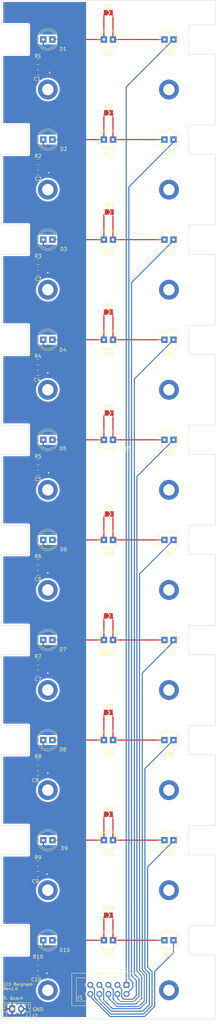
<source format=kicad_pcb>
(kicad_pcb (version 20211014) (generator pcbnew)
  (layers (0 "F.Cu" signal) (31 "B.Cu" signal) (34 "B.Paste" user) (35 "F.Paste" user) (36 "B.SilkS" user "B.Silkscreen") (37 "F.SilkS" user "F.Silkscreen") (38 "B.Mask" user) (39 "F.Mask" user) (44 "Edge.Cuts" user))
  (net 0 "")
  (net 1 "+9V")
  (net 2 "GND")
  (net 3 "Net-(D1-Pad1)")
  (net 4 "Net-(D1-Pad2)")
  (net 5 "Net-(D12-Pad2)")
  (net 6 "Net-(D2-Pad2)")
  (net 7 "Net-(D13-Pad2)")
  (net 8 "Net-(D3-Pad2)")
  (net 9 "Net-(D14-Pad2)")
  (net 10 "Net-(D4-Pad2)")
  (net 11 "Net-(D15-Pad2)")
  (net 12 "Net-(D5-Pad2)")
  (net 13 "Net-(D16-Pad2)")
  (net 14 "Net-(D6-Pad2)")
  (net 15 "Net-(D17-Pad2)")
  (net 16 "Net-(D7-Pad2)")
  (net 17 "Net-(D18-Pad2)")
  (net 18 "Net-(D8-Pad2)")
  (net 19 "Net-(D19-Pad2)")
  (net 20 "Net-(D9-Pad2)")
  (net 21 "Net-(D10-Pad1)")
  (net 22 "Net-(D10-Pad2)")
  (net 23 "Net-(D11-Pad1)")
  (net 24 "Net-(D12-Pad1)")
  (net 25 "Net-(D13-Pad1)")
  (net 26 "Net-(D14-Pad1)")
  (net 27 "Net-(D15-Pad1)")
  (net 28 "Net-(D16-Pad1)")
  (net 29 "Net-(D17-Pad1)")
  (net 30 "Net-(D18-Pad1)")
  (net 31 "Net-(D19-Pad1)")
  (net 32 "Net-(D20-Pad1)")
  (net 33 "Net-(D21-Pad1)")
  (net 34 "Net-(D22-Pad1)")
  (net 35 "Net-(D23-Pad1)")
  (net 36 "Net-(D24-Pad1)")
  (net 37 "Net-(D25-Pad1)")
  (net 38 "Net-(D26-Pad1)")
  (net 39 "Net-(D27-Pad1)")
  (net 40 "Net-(D28-Pad1)")
  (net 41 "Net-(D29-Pad1)")
  (net 42 "Net-(D30-Pad1)")
  (footprint "custom_fp:LED_5mm_DUAL" (layer "F.Cu") (at 50.025 291.75 180)
    (fp_text reference "D10")
    (fp_text value "LED")
  )
  (footprint "custom_fp:LED_5mm_DUAL" (layer "F.Cu") (at 50.025 207.75 180)
    (fp_text reference "D7")
    (fp_text value "LED")
  )
  (footprint "custom_fp:LED_5mm_DUAL" (layer "F.Cu") (at 84.025 263.75 180)
    (fp_text reference "D29")
    (fp_text value "LED")
  )
  (footprint "custom_fp:LED_5mm_DUAL" (layer "F.Cu") (at 67.025 123.75 180)
    (fp_text reference "D14")
    (fp_text value "LED")
  )
  (footprint "MountingHole:MountingHole_3.2mm_M3_DIN965_Pad" (layer "F.Cu") (at 82.75 53.75)
    (fp_text reference "REF**" hide)
    (fp_text value "MountingHole_3.2mm_M3_DIN965_Pad")
  )
  (footprint "" (layer "F.Cu") (at 48.75 249.75)
    (fp_text reference "")
    (fp_text value "")
  )
  (footprint "custom_fp:LED_5mm_DUAL" (layer "F.Cu") (at 67.025 151.75 180)
    (fp_text reference "D15")
    (fp_text value "LED")
  )
  (footprint "custom_fp:LED_5mm_DUAL" (layer "F.Cu") (at 84.025 207.75 180)
    (fp_text reference "D27")
    (fp_text value "LED")
  )
  (footprint "Capacitor_SMD:C_0805_2012Metric_Pad1.18x1.45mm_HandSolder" (layer "F.Cu") (at 46 217)
    (fp_text reference "C7")
    (fp_text value "1uF")
  )
  (footprint "custom_fp:LED_5mm_DUAL" (layer "F.Cu") (at 84.025 151.75 180)
    (fp_text reference "D25")
    (fp_text value "LED")
  )
  (footprint "" (layer "F.Cu") (at 48.75 137.75)
    (fp_text reference "")
    (fp_text value "")
  )
  (footprint "custom_fp:LED_5mm_DUAL" (layer "F.Cu") (at 84.025 95.75 180)
    (fp_text reference "D23")
    (fp_text value "LED")
  )
  (footprint "" (layer "F.Cu") (at 48.75 221.75)
    (fp_text reference "")
    (fp_text value "")
  )
  (footprint "Resistor_SMD:R_0805_2012Metric_Pad1.20x1.40mm_HandSolder" (layer "F.Cu") (at 46 242)
    (fp_text reference "R8")
    (fp_text value "R_LED")
  )
  (footprint "Jumper:SolderJumper-2_P1.3mm_Open_TrianglePad1.0x1.5mm" (layer "F.Cu") (at 66 172.5)
    (fp_text reference "JP6")
    (fp_text value "JMP_LED")
  )
  (footprint "Jumper:SolderJumper-2_P1.3mm_Open_TrianglePad1.0x1.5mm" (layer "F.Cu") (at 66.025 88)
    (fp_text reference "JP3")
    (fp_text value "JMP_LED")
  )
  (footprint "" (layer "F.Cu") (at 48.75 53.75)
    (fp_text reference "")
    (fp_text value "")
  )
  (footprint "Capacitor_SMD:C_0805_2012Metric_Pad1.18x1.45mm_HandSolder" (layer "F.Cu") (at 46 273.2575)
    (fp_text reference "C9")
    (fp_text value "1uF")
  )
  (footprint "Resistor_SMD:R_0805_2012Metric_Pad1.20x1.40mm_HandSolder" (layer "F.Cu") (at 46 186)
    (fp_text reference "R6")
    (fp_text value "R_LED")
  )
  (footprint "Resistor_SMD:R_0805_2012Metric_Pad1.20x1.40mm_HandSolder" (layer "F.Cu") (at 46 298)
    (fp_text reference "R10")
    (fp_text value "R_LED")
  )
  (footprint "" (layer "F.Cu") (at 48.75 277.75)
    (fp_text reference "")
    (fp_text value "")
  )
  (footprint "custom_fp:LED_5mm_DUAL" (layer "F.Cu") (at 84.025 179.75 180)
    (fp_text reference "D26")
    (fp_text value "LED")
  )
  (footprint "" (layer "F.Cu") (at 48.75 305.75)
    (fp_text reference "")
    (fp_text value "")
  )
  (footprint "custom_fp:LED_5mm_DUAL" (layer "F.Cu") (at 67.025 263.75 180)
    (fp_text reference "D19")
    (fp_text value "LED")
  )
  (footprint "MountingHole:MountingHole_3.2mm_M3_DIN965_Pad" (layer "F.Cu") (at 82.75 221.75)
    (fp_text reference "REF**" hide)
    (fp_text value "MountingHole_3.2mm_M3_DIN965_Pad")
  )
  (footprint "Connector_JST:JST_EH_B2B-EH-A_1x02_P2.50mm_Vertical" (layer "F.Cu") (at 38.75 310.95)
    (fp_text reference "J2")
    (fp_text value "Conn_01x02")
  )
  (footprint "MountingHole:MountingHole_3.2mm_M3_DIN965_Pad" (layer "F.Cu") (at 82.75 81.75)
    (fp_text reference "REF**" hide)
    (fp_text value "MountingHole_3.2mm_M3_DIN965_Pad")
  )
  (footprint "Resistor_SMD:R_0805_2012Metric_Pad1.20x1.40mm_HandSolder" (layer "F.Cu") (at 46 46)
    (fp_text reference "R1")
    (fp_text value "R_LED")
  )
  (footprint "MountingHole:MountingHole_3.2mm_M3_DIN965_Pad" (layer "F.Cu") (at 82.75 109.75)
    (fp_text reference "REF**" hide)
    (fp_text value "MountingHole_3.2mm_M3_DIN965_Pad")
  )
  (footprint "custom_fp:LED_5mm_DUAL" (layer "F.Cu") (at 50.025 263.75 180)
    (fp_text reference "D9")
    (fp_text value "LED")
  )
  (footprint "custom_fp:LED_5mm_DUAL" (layer "F.Cu") (at 50.025 123.75 180)
    (fp_text reference "D4")
    (fp_text value "LED")
  )
  (footprint "custom_fp:LED_5mm_DUAL" (layer "F.Cu") (at 50.025 151.75 180)
    (fp_text reference "D5")
    (fp_text value "LED")
  )
  (footprint "MountingHole:MountingHole_3.2mm_M3_DIN965_Pad" (layer "F.Cu") (at 82.75 277.75)
    (fp_text reference "REF**" hide)
    (fp_text value "MountingHole_3.2mm_M3_DIN965_Pad")
  )
  (footprint "Jumper:SolderJumper-2_P1.3mm_Open_TrianglePad1.0x1.5mm" (layer "F.Cu") (at 65.975 144.25)
    (fp_text reference "JP5")
    (fp_text value "JMP_LED")
  )
  (footprint "MountingHole:MountingHole_3.2mm_M3_DIN965_Pad" (layer "F.Cu") (at 82.75 305.75)
    (fp_text reference "REF**" hide)
    (fp_text value "MountingHole_3.2mm_M3_DIN965_Pad")
  )
  (footprint "MountingHole:MountingHole_3.2mm_M3_DIN965_Pad" (layer "F.Cu") (at 82.75 249.75)
    (fp_text reference "REF**" hide)
    (fp_text value "MountingHole_3.2mm_M3_DIN965_Pad")
  )
  (footprint "MountingHole:MountingHole_3.2mm_M3_DIN965_Pad" (layer "F.Cu") (at 82.75 137.75)
    (fp_text reference "REF**" hide)
    (fp_text value "MountingHole_3.2mm_M3_DIN965_Pad")
  )
  (footprint "MountingHole:MountingHole_3.2mm_M3_DIN965_Pad" (layer "F.Cu") (at 82.75 165.75)
    (fp_text reference "REF**" hide)
    (fp_text value "MountingHole_3.2mm_M3_DIN965_Pad")
  )
  (footprint "custom_fp:LED_5mm_DUAL" (layer "F.Cu") (at 84.025 39.75 180)
    (fp_text reference "D21")
    (fp_text value "LED")
  )
  (footprint "Resistor_SMD:R_0805_2012Metric_Pad1.20x1.40mm_HandSolder" (layer "F.Cu") (at 46 214)
    (fp_text reference "R7")
    (fp_text value "R_LED")
  )
  (footprint "" (layer "F.Cu") (at 48.75 193.75)
    (fp_text reference "")
    (fp_text value "")
  )
  (footprint "Capacitor_SMD:C_0805_2012Metric_Pad1.18x1.45mm_HandSolder" (layer "F.Cu") (at 45.9625 133)
    (fp_text reference "C4")
    (fp_text value "1uF")
  )
  (footprint "custom_fp:LED_5mm_DUAL" (layer "F.Cu") (at 50.025 67.75 180)
    (fp_text reference "D2")
    (fp_text value "LED")
  )
  (footprint "custom_fp:LED_5mm_DUAL" (layer "F.Cu") (at 50.025 95.75 180)
    (fp_text reference "D3")
    (fp_text value "LED")
  )
  (footprint "Resistor_SMD:R_0805_2012Metric_Pad1.20x1.40mm_HandSolder" (layer "F.Cu") (at 46 130)
    (fp_text reference "R4")
    (fp_text value "R_LED")
  )
  (footprint "Jumper:SolderJumper-2_P1.3mm_Open_TrianglePad1.0x1.5mm" (layer "F.Cu") (at 65.775 60.25)
    (fp_text reference "JP2")
    (fp_text value "JMP_LED")
  )
  (footprint "custom_fp:LED_5mm_DUAL" (layer "F.Cu") (at 67.025 207.75 180)
    (fp_text reference "D17")
    (fp_text value "LED")
  )
  (footprint "Jumper:SolderJumper-2_P1.3mm_Open_TrianglePad1.0x1.5mm" (layer "F.Cu") (at 65.75 116)
    (fp_text reference "JP4")
    (fp_text value "JMP_LED")
  )
  (footprint "custom_fp:LED_5mm_DUAL" (layer "F.Cu") (at 67.025 95.75 180)
    (fp_text reference "D13")
    (fp_text value "LED")
  )
  (footprint "custom_fp:LED_5mm_DUAL" (layer "F.Cu") (at 50.025 39.75 180)
    (fp_text reference "D1")
    (fp_text value "LED")
  )
  (footprint "custom_fp:LED_5mm_DUAL" (layer "F.Cu") (at 67.025 235.75 180)
    (fp_text reference "D18")
    (fp_text value "LED")
  )
  (footprint "custom_fp:LED_5mm_DUAL" (layer "F.Cu") (at 50.025 235.75 180)
    (fp_text reference "D8")
    (fp_text value "LED")
  )
  (footprint "custom_fp:LED_5mm_DUAL" (layer "F.Cu") (at 84.025 123.75 180)
    (fp_text reference "D24")
    (fp_text value "LED")
  )
  (footprint "Resistor_SMD:R_0805_2012Metric_Pad1.20x1.40mm_HandSolder" (layer "F.Cu") (at 46 74)
    (fp_text reference "R2")
    (fp_text value "R_LED")
  )
  (footprint "Resistor_SMD:R_0805_2012Metric_Pad1.20x1.40mm_HandSolder" (layer "F.Cu") (at 46 102)
    (fp_text reference "R3")
    (fp_text value "R_LED")
  )
  (footprint "Resistor_SMD:R_0805_2012Metric_Pad1.20x1.40mm_HandSolder" (layer "F.Cu") (at 46 270.2575)
    (fp_text reference "R9")
    (fp_text value "R_LED")
  )
  (footprint "custom_fp:LED_5mm_DUAL" (layer "F.Cu") (at 84.025 291.75 180)
    (fp_text reference "D30")
    (fp_text value "LED")
  )
  (footprint "custom_fp:LED_5mm_DUAL" (layer "F.Cu") (at 67.025 291.75 180)
    (fp_text reference "D20")
    (fp_text value "LED")
  )
  (footprint "custom_fp:LED_5mm_DUAL" (layer "F.Cu") (at 67.025 179.75 180)
    (fp_text reference "D16")
    (fp_text value "LED")
  )
  (footprint "Connector_IDC:IDC-Header_2x05_P2.54mm_Vertical" (layer "F.Cu") (at 70.83 304.25 -90)
    (fp_text reference "J1")
    (fp_text value "LED_CONN")
  )
  (footprint "custom_fp:LED_5mm_DUAL" (layer "F.Cu") (at 67.025 39.75 180)
    (fp_text reference "D11")
    (fp_text value "LED")
  )
  (footprint "Jumper:SolderJumper-2_P1.3mm_Open_TrianglePad1.0x1.5mm" (layer "F.Cu") (at 65.75 284.75)
    (fp_text reference "JP10")
    (fp_text value "JMP_LED")
  )
  (footprint "Jumper:SolderJumper-2_P1.3mm_Open_TrianglePad1.0x1.5mm" (layer "F.Cu") (at 65.725 228)
    (fp_text reference "JP8")
    (fp_text value "JMP_LED")
  )
  (footprint "custom_fp:LED_5mm_DUAL" (layer "F.Cu") (at 84.025 235.75 180)
    (fp_text reference "D28")
    (fp_text value "LED")
  )
  (footprint "Jumper:SolderJumper-2_P1.3mm_Open_TrianglePad1.0x1.5mm" (layer "F.Cu") (at 65.75 201)
    (fp_text reference "JP7")
    (fp_text value "JMP_LED")
  )
  (footprint "MountingHole:MountingHole_3.2mm_M3_DIN965_Pad" (layer "F.Cu") (at 82.75 193.75)
    (fp_text reference "REF**" hide)
    (fp_text value "MountingHole_3.2mm_M3_DIN965_Pad")
  )
  (footprint "custom_fp:LED_5mm_DUAL" (layer "F.Cu") (at 67.025 67.75 180)
    (fp_text reference "D12")
    (fp_text value "LED")
  )
  (footprint "Capacitor_SMD:C_0805_2012Metric_Pad1.18x1.45mm_HandSolder" (layer "F.Cu") (at 46.0375 161)
    (fp_text reference "C5")
    (fp_text value "1uF")
  )
  (footprint "Jumper:SolderJumper-2_P1.3mm_Open_TrianglePad1.0x1.5mm" (layer "F.Cu") (at 65.725 32.25)
    (fp_text reference "JP1")
    (fp_text value "JMP_LED")
  )
  (footprint "custom_fp:LED_5mm_DUAL" (layer "F.Cu") (at 84.025 67.75 180)
    (fp_text reference "D22")
    (fp_text value "LED")
  )
  (footprint "Capacitor_SMD:C_0805_2012Metric_Pad1.18x1.45mm_HandSolder" (layer "F.Cu") (at 46.0375 77)
    (fp_text reference "C2")
    (fp_text value "1uF")
  )
  (footprint "custom_fp:LED_5mm_DUAL" (layer "F.Cu") (at 50.025 179.75 180)
    (fp_text reference "D6")
    (fp_text value "LED")
  )
  (footprint "" (layer "F.Cu") (at 48.75 109.75)
    (fp_text reference "")
    (fp_text value "")
  )
  (footprint "Capacitor_SMD:C_0805_2012Metric_Pad1.18x1.45mm_HandSolder" (layer "F.Cu") (at 46 189)
    (fp_text reference "C6")
    (fp_text value "1uF")
  )
  (footprint "Resistor_SMD:R_0805_2012Metric_Pad1.20x1.40mm_HandSolder" (layer "F.Cu") (at 46 158)
    (fp_text reference "R5")
    (fp_text value "R_LED")
  )
  (footprint "" (layer "F.Cu") (at 48.75 81.75)
    (fp_text reference "")
    (fp_text value "")
  )
  (footprint "Jumper:SolderJumper-2_P1.3mm_Open_TrianglePad1.0x1.5mm" (layer "F.Cu") (at 65.75 256.5)
    (fp_text reference "JP9")
    (fp_text value "JMP_LED")
  )
  (footprint "Capacitor_SMD:C_0805_2012Metric_Pad1.18x1.45mm_HandSolder" (layer "F.Cu") (at 46 245)
    (fp_text reference "C8")
    (fp_text value "1uF")
  )
  (footprint "Capacitor_SMD:C_0805_2012Metric_Pad1.18x1.45mm_HandSolder" (layer "F.Cu") (at 46.0375 49)
    (fp_text reference "C1")
    (fp_text value "1uF")
  )
  (footprint "" (layer "F.Cu") (at 48.75 165.75)
    (fp_text reference "")
    (fp_text value "")
  )
  (footprint "Capacitor_SMD:C_0805_2012Metric_Pad1.18x1.45mm_HandSolder" (layer "F.Cu") (at 46.0375 105)
    (fp_text reference "C3")
    (fp_text value "1uF")
  )
  (footprint "Capacitor_SMD:C_0805_2012Metric_Pad1.18x1.45mm_HandSolder" (layer "F.Cu") (at 46 301)
    (fp_text reference "C10")
    (fp_text value "1uF")
  )
  (gr_line (start 95.75 313.75) (end 95.75 295.85) (layer "Edge.Cuts") (width 0.1))
  (gr_line (start 35.75 155.85) (end 35.75 175.65) (layer "Edge.Cuts") (width 0.1))
  (gr_line (start 88.25 35.65) (end 95.75 35.65) (layer "Edge.Cuts") (width 0.1))
  (gr_line (start 88.25 91.65) (end 95.75 91.65) (layer "Edge.Cuts") (width 0.1))
  (gr_line (start 88.25 231.65) (end 88.25 239.85) (layer "Edge.Cuts") (width 0.1))
  (gr_line (start 35.75 155.85) (end 43.25 155.85) (layer "Edge.Cuts") (width 0.1))
  (gr_line (start 88.25 127.85) (end 95.75 127.85) (layer "Edge.Cuts") (width 0.1))
  (gr_line (start 95.75 287.65) (end 95.75 267.85) (layer "Edge.Cuts") (width 0.1))
  (gr_line (start 35.75 91.65) (end 43.25 91.65) (layer "Edge.Cuts") (width 0.1))
  (gr_line (start 88.25 147.65) (end 88.25 155.85) (layer "Edge.Cuts") (width 0.1))
  (gr_line (start 95.75 203.65) (end 95.75 183.85) (layer "Edge.Cuts") (width 0.1))
  (gr_line (start 88.25 63.65) (end 88.25 71.85) (layer "Edge.Cuts") (width 0.1))
  (gr_line (start 35.75 313.75) (end 95.75 313.75) (layer "Edge.Cuts") (width 0.1))
  (gr_line (start 35.75 239.85) (end 35.75 259.65) (layer "Edge.Cuts") (width 0.1))
  (gr_line (start 43.25 183.85) (end 43.25 175.65) (layer "Edge.Cuts") (width 0.1))
  (gr_line (start 35.75 231.65) (end 43.25 231.65) (layer "Edge.Cuts") (width 0.1))
  (gr_line (start 43.25 239.85) (end 43.25 231.65) (layer "Edge.Cuts") (width 0.1))
  (gr_line (start 95.75 231.65) (end 95.75 211.85) (layer "Edge.Cuts") (width 0.1))
  (gr_line (start 35.75 28.75) (end 35.75 35.65) (layer "Edge.Cuts") (width 0.1))
  (gr_line (start 35.75 63.65) (end 43.25 63.65) (layer "Edge.Cuts") (width 0.1))
  (gr_line (start 35.75 239.85) (end 43.25 239.85) (layer "Edge.Cuts") (width 0.1))
  (gr_line (start 35.75 99.85) (end 35.75 119.65) (layer "Edge.Cuts") (width 0.1))
  (gr_line (start 88.25 119.65) (end 95.75 119.65) (layer "Edge.Cuts") (width 0.1))
  (gr_line (start 95.75 119.65) (end 95.75 99.85) (layer "Edge.Cuts") (width 0.1))
  (gr_line (start 95.75 91.65) (end 95.75 71.85) (layer "Edge.Cuts") (width 0.1))
  (gr_line (start 35.75 175.65) (end 43.25 175.65) (layer "Edge.Cuts") (width 0.1))
  (gr_line (start 35.75 267.85) (end 43.25 267.85) (layer "Edge.Cuts") (width 0.1))
  (gr_line (start 43.25 43.85) (end 43.25 35.65) (layer "Edge.Cuts") (width 0.1))
  (gr_line (start 88.25 175.65) (end 88.25 183.85) (layer "Edge.Cuts") (width 0.1))
  (gr_line (start 88.25 43.85) (end 95.75 43.85) (layer "Edge.Cuts") (width 0.1))
  (gr_line (start 88.25 71.85) (end 95.75 71.85) (layer "Edge.Cuts") (width 0.1))
  (gr_line (start 88.25 259.65) (end 88.25 267.85) (layer "Edge.Cuts") (width 0.1))
  (gr_line (start 35.75 43.85) (end 35.75 63.65) (layer "Edge.Cuts") (width 0.1))
  (gr_line (start 88.25 211.85) (end 95.75 211.85) (layer "Edge.Cuts") (width 0.1))
  (gr_line (start 88.25 203.65) (end 88.25 211.85) (layer "Edge.Cuts") (width 0.1))
  (gr_line (start 43.25 155.85) (end 43.25 147.65) (layer "Edge.Cuts") (width 0.1))
  (gr_line (start 88.25 147.65) (end 95.75 147.65) (layer "Edge.Cuts") (width 0.1))
  (gr_line (start 88.25 183.85) (end 95.75 183.85) (layer "Edge.Cuts") (width 0.1))
  (gr_line (start 88.25 203.65) (end 95.75 203.65) (layer "Edge.Cuts") (width 0.1))
  (gr_line (start 35.75 183.85) (end 43.25 183.85) (layer "Edge.Cuts") (width 0.1))
  (gr_line (start 43.25 211.85) (end 43.25 203.65) (layer "Edge.Cuts") (width 0.1))
  (gr_line (start 35.75 127.85) (end 43.25 127.85) (layer "Edge.Cuts") (width 0.1))
  (gr_line (start 35.75 259.65) (end 43.25 259.65) (layer "Edge.Cuts") (width 0.1))
  (gr_line (start 95.75 259.65) (end 95.75 239.85) (layer "Edge.Cuts") (width 0.1))
  (gr_line (start 95.75 175.65) (end 95.75 155.85) (layer "Edge.Cuts") (width 0.1))
  (gr_line (start 88.25 239.85) (end 95.75 239.85) (layer "Edge.Cuts") (width 0.1))
  (gr_line (start 88.25 267.85) (end 95.75 267.85) (layer "Edge.Cuts") (width 0.1))
  (gr_line (start 35.75 71.85) (end 35.75 91.65) (layer "Edge.Cuts") (width 0.1))
  (gr_line (start 88.25 35.65) (end 88.25 43.85) (layer "Edge.Cuts") (width 0.1))
  (gr_line (start 88.25 287.65) (end 88.25 295.85) (layer "Edge.Cuts") (width 0.1))
  (gr_line (start 35.75 71.85) (end 43.25 71.85) (layer "Edge.Cuts") (width 0.1))
  (gr_line (start 35.75 35.65) (end 43.25 35.65) (layer "Edge.Cuts") (width 0.1))
  (gr_line (start 88.25 91.65) (end 88.25 99.85) (layer "Edge.Cuts") (width 0.1))
  (gr_line (start 35.75 43.85) (end 43.25 43.85) (layer "Edge.Cuts") (width 0.1))
  (gr_line (start 43.25 295.85) (end 43.25 287.65) (layer "Edge.Cuts") (width 0.1))
  (gr_line (start 88.25 287.65) (end 95.75 287.65) (layer "Edge.Cuts") (width 0.1))
  (gr_line (start 88.25 175.65) (end 95.75 175.65) (layer "Edge.Cuts") (width 0.1))
  (gr_line (start 35.75 211.85) (end 35.75 231.65) (layer "Edge.Cuts") (width 0.1))
  (gr_line (start 35.75 127.85) (end 35.75 147.65) (layer "Edge.Cuts") (width 0.1))
  (gr_line (start 35.75 119.65) (end 43.25 119.65) (layer "Edge.Cuts") (width 0.1))
  (gr_line (start 88.25 99.85) (end 95.75 99.85) (layer "Edge.Cuts") (width 0.1))
  (gr_line (start 43.25 267.85) (end 43.25 259.65) (layer "Edge.Cuts") (width 0.1))
  (gr_line (start 88.25 155.85) (end 95.75 155.85) (layer "Edge.Cuts") (width 0.1))
  (gr_line (start 35.75 287.65) (end 43.25 287.65) (layer "Edge.Cuts") (width 0.1))
  (gr_line (start 35.75 183.85) (end 35.75 203.65) (layer "Edge.Cuts") (width 0.1))
  (gr_line (start 43.25 127.85) (end 43.25 119.65) (layer "Edge.Cuts") (width 0.1))
  (gr_line (start 35.75 99.85) (end 43.25 99.85) (layer "Edge.Cuts") (width 0.1))
  (gr_line (start 35.75 295.85) (end 43.25 295.85) (layer "Edge.Cuts") (width 0.1))
  (gr_line (start 95.75 35.65) (end 95.75 28.75) (layer "Edge.Cuts") (width 0.1))
  (gr_line (start 88.25 231.65) (end 95.75 231.65) (layer "Edge.Cuts") (width 0.1))
  (gr_line (start 35.75 147.65) (end 43.25 147.65) (layer "Edge.Cuts") (width 0.1))
  (gr_line (start 88.25 119.65) (end 88.25 127.85) (layer "Edge.Cuts") (width 0.1))
  (gr_line (start 35.75 295.85) (end 35.75 313.75) (layer "Edge.Cuts") (width 0.1))
  (gr_line (start 35.75 211.85) (end 43.25 211.85) (layer "Edge.Cuts") (width 0.1))
  (gr_line (start 88.25 259.65) (end 95.75 259.65) (layer "Edge.Cuts") (width 0.1))
  (gr_line (start 95.75 147.65) (end 95.75 127.85) (layer "Edge.Cuts") (width 0.1))
  (gr_line (start 35.75 267.85) (end 35.75 287.65) (layer "Edge.Cuts") (width 0.1))
  (gr_line (start 88.25 295.85) (end 95.75 295.85) (layer "Edge.Cuts") (width 0.1))
  (gr_line (start 43.25 99.85) (end 43.25 91.65) (layer "Edge.Cuts") (width 0.1))
  (gr_line (start 95.75 28.75) (end 35.75 28.75) (layer "Edge.Cuts") (width 0.1))
  (gr_line (start 95.75 63.65) (end 95.75 43.85) (layer "Edge.Cuts") (width 0.1))
  (gr_line (start 43.25 71.85) (end 43.25 63.65) (layer "Edge.Cuts") (width 0.1))
  (gr_line (start 35.75 203.65) (end 43.25 203.65) (layer "Edge.Cuts") (width 0.1))
  (gr_line (start 88.25 63.65) (end 95.75 63.65) (layer "Edge.Cuts") (width 0.1))
  (gr_text "GND" (at 46 311.1) (layer "F.SilkS") (effects (font (size 1 1))))
  (gr_text "LED Bargraph\nRev1.0\n\nD. Quach" (at 36.25 306) (layer "F.SilkS") (effects (font (size 0.8 0.8) (thickness 0.13)) (justify left)))
  (segment (start 47.0375 245) (end 48.75 245) (width 0.3048) (layer "F.Cu") (net 2))
  (segment (start 47.075 105) (end 48.75 105) (width 0.3048) (layer "F.Cu") (net 2))
  (segment (start 47.075 161) (end 49 161) (width 0.3048) (layer "F.Cu") (net 2))
  (segment (start 47.075 77) (end 49 77) (width 0.3048) (layer "F.Cu") (net 2))
  (segment (start 48.4925 273.2575) (end 48.5 273.25) (width 0.3048) (layer "F.Cu") (net 2))
  (segment (start 47.0375 301) (end 48.5 301) (width 0.3048) (layer "F.Cu") (net 2))
  (segment (start 47.0375 273.2575) (end 48.4925 273.2575) (width 0.3048) (layer "F.Cu") (net 2))
  (segment (start 47.075 49) (end 49.25 49) (width 0.3048) (layer "F.Cu") (net 2))
  (segment (start 47.0375 217) (end 48.75 217) (width 0.3048) (layer "F.Cu") (net 2))
  (segment (start 47 133) (end 48.75 133) (width 0.3048) (layer "F.Cu") (net 2))
  (segment (start 47.0375 189) (end 48.75 189) (width 0.3048) (layer "F.Cu") (net 2))
  (via (at 48.75 189) (size 0.8) (drill 0.4) (layers "F.Cu" "B.Cu") (net 2))
  (via (at 49 161) (size 0.8) (drill 0.4) (layers "F.Cu" "B.Cu") (net 2))
  (via (at 48.5 273.25) (size 0.8) (drill 0.4) (layers "F.Cu" "B.Cu") (net 2))
  (via (at 49 77) (size 0.8) (drill 0.4) (layers "F.Cu" "B.Cu") (net 2))
  (via (at 48.75 105) (size 0.8) (drill 0.4) (layers "F.Cu" "B.Cu") (net 2))
  (via (at 48.75 217) (size 0.8) (drill 0.4) (layers "F.Cu" "B.Cu") (net 2))
  (via (at 48.5 301) (size 0.8) (drill 0.4) (layers "F.Cu" "B.Cu") (net 2))
  (via (at 48.75 245) (size 0.8) (drill 0.4) (layers "F.Cu" "B.Cu") (net 2))
  (via (at 48.75 133) (size 0.8) (drill 0.4) (layers "F.Cu" "B.Cu") (net 2))
  (via (at 49.25 49) (size 0.8) (drill 0.4) (layers "F.Cu" "B.Cu") (net 2))
  (segment (start 50.025 39.75) (end 64.485 39.75) (width 0.3048) (layer "F.Cu") (net 3))
  (segment (start 64.485 39.75) (end 64.485 32.765) (width 0.3048) (layer "F.Cu") (net 3))
  (segment (start 64.485 32.765) (end 65 32.25) (width 0.3048) (layer "F.Cu") (net 3))
  (segment (start 47 46) (end 47.485 45.515) (width 0.3048) (layer "F.Cu") (net 4))
  (segment (start 47.485 45.515) (end 47.485 39.75) (width 0.3048) (layer "F.Cu") (net 4))
  (segment (start 50.025 67.75) (end 64.485 67.75) (width 0.3048) (layer "F.Cu") (net 5))
  (segment (start 64.485 60.815) (end 65.05 60.25) (width 0.3048) (layer "F.Cu") (net 5))
  (segment (start 64.485 67.75) (end 64.485 60.815) (width 0.3048) (layer "F.Cu") (net 5))
  (segment (start 47 74) (end 47.485 73.515) (width 0.3048) (layer "F.Cu") (net 6))
  (segment (start 47.485 73.515) (end 47.485 67.75) (width 0.3048) (layer "F.Cu") (net 6))
  (segment (start 50.025 95.75) (end 64.485 95.75) (width 0.3048) (layer "F.Cu") (net 7))
  (segment (start 64.485 88.815) (end 65.3 88) (width 0.3048) (layer "F.Cu") (net 7))
  (segment (start 64.485 95.75) (end 64.485 88.815) (width 0.3048) (layer "F.Cu") (net 7))
  (segment (start 47 102) (end 47.485 101.515) (width 0.3048) (layer "F.Cu") (net 8))
  (segment (start 47.485 101.515) (end 47.485 95.75) (width 0.3048) (layer "F.Cu") (net 8))
  (segment (start 50.025 123.75) (end 64.485 123.75) (width 0.3048) (layer "F.Cu") (net 9))
  (segment (start 64.485 123.75) (end 64.485 116.54) (width 0.3048) (layer "F.Cu") (net 9))
  (segment (start 64.485 116.54) (end 65.025 116) (width 0.3048) (layer "F.Cu") (net 9))
  (segment (start 47.485 129.515) (end 47.485 123.75) (width 0.3048) (layer "F.Cu") (net 10))
  (segment (start 47 130) (end 47.485 129.515) (width 0.3048) (layer "F.Cu") (net 10))
  (segment (start 50.025 151.75) (end 64.485 151.75) (width 0.3048) (layer "F.Cu") (net 11))
  (segment (start 64.485 151.75) (end 64.485 145.015) (width 0.3048) (layer "F.Cu") (net 11))
  (segment (start 64.485 145.015) (end 65.25 144.25) (width 0.3048) (layer "F.Cu") (net 11))
  (segment (start 47.485 157.515) (end 47.485 151.75) (width 0.3048) (layer "F.Cu") (net 12))
  (segment (start 47 158) (end 47.485 157.515) (width 0.3048) (layer "F.Cu") (net 12))
  (segment (start 50.025 179.75) (end 64.485 179.75) (width 0.3048) (layer "F.Cu") (net 13))
  (segment (start 64.485 173.29) (end 65.275 172.5) (width 0.3048) (layer "F.Cu") (net 13))
  (segment (start 64.485 179.75) (end 64.485 173.29) (width 0.3048) (layer "F.Cu") (net 13))
  (segment (start 47.485 185.515) (end 47.485 179.75) (width 0.3048) (layer "F.Cu") (net 14))
  (segment (start 47 186) (end 47.485 185.515) (width 0.3048) (layer "F.Cu") (net 14))
  (segment (start 64.485 207.75) (end 64.485 201.54) (width 0.3048) (layer "F.Cu") (net 15))
  (segment (start 64.485 201.54) (end 65.025 201) (width 0.3048) (layer "F.Cu") (net 15))
  (segment (start 50.025 207.75) (end 64.485 207.75) (width 0.3048) (layer "F.Cu") (net 15))
  (segment (start 47.485 213.515) (end 47.485 207.75) (width 0.3048) (layer "F.Cu") (net 16))
  (segment (start 47 214) (end 47.485 213.515) (width 0.3048) (layer "F.Cu") (net 16))
  (segment (start 50.025 235.75) (end 64.485 235.75) (width 0.3048) (layer "F.Cu") (net 17))
  (segment (start 64.485 228.515) (end 65 228) (width 0.3048) (layer "F.Cu") (net 17))
  (segment (start 64.485 235.75) (end 64.485 228.515) (width 0.3048) (layer "F.Cu") (net 17))
  (segment (start 47 242) (end 47.485 241.515) (width 0.3048) (layer "F.Cu") (net 18))
  (segment (start 47.485 241.515) (end 47.485 235.75) (width 0.3048) (layer "F.Cu") (net 18))
  (segment (start 64.485 257.04) (end 65.025 256.5) (width 0.3048) (layer "F.Cu") (net 19))
  (segment (start 50.025 263.75) (end 64.485 263.75) (width 0.3048) (layer "F.Cu") (net 19))
  (segment (start 64.485 263.75) (end 64.485 257.04) (width 0.3048) (layer "F.Cu") (net 19))
  (segment (start 47 270.2575) (end 47.485 269.7725) (width 0.3048) (layer "F.Cu") (net 20))
  (segment (start 47.485 269.7725) (end 47.485 263.75) (width 0.3048) (layer "F.Cu") (net 20))
  (segment (start 64.485 285.29) (end 65.025 284.75) (width 0.3048) (layer "F.Cu") (net 21))
  (segment (start 64.485 291.75) (end 64.485 285.29) (width 0.3048) (layer "F.Cu") (net 21))
  (segment (start 50.025 291.75) (end 64.485 291.75) (width 0.3048) (layer "F.Cu") (net 21))
  (segment (start 47 298) (end 47.485 297.515) (width 0.3048) (layer "F.Cu") (net 22))
  (segment (start 47.485 297.515) (end 47.485 291.75) (width 0.3048) (layer "F.Cu") (net 22))
  (segment (start 67.025 39.75) (end 67.025 32.825) (width 0.3048) (layer "F.Cu") (net 23))
  (segment (start 67.025 39.75) (end 81.485 39.75) (width 0.3048) (layer "F.Cu") (net 23))
  (segment (start 67.025 32.825) (end 66.45 32.25) (width 0.3048) (layer "F.Cu") (net 23))
  (segment (start 67.025 67.75) (end 67.025 60.775) (width 0.3048) (layer "F.Cu") (net 24))
  (segment (start 67.025 60.775) (end 66.5 60.25) (width 0.3048) (layer "F.Cu") (net 24))
  (segment (start 67.025 67.75) (end 81.485 67.75) (width 0.3048) (layer "F.Cu") (net 24))
  (segment (start 67.025 95.75) (end 81.485 95.75) (width 0.3048) (layer "F.Cu") (net 25))
  (segment (start 67.025 88.275) (end 66.75 88) (width 0.3048) (layer "F.Cu") (net 25))
  (segment (start 67.025 95.75) (end 67.025 88.275) (width 0.3048) (layer "F.Cu") (net 25))
  (segment (start 67.025 116.55) (end 66.475 116) (width 0.3048) (layer "F.Cu") (net 26))
  (segment (start 67.025 123.75) (end 81.485 123.75) (width 0.3048) (layer "F.Cu") (net 26))
  (segment (start 67.025 123.75) (end 67.025 116.55) (width 0.3048) (layer "F.Cu") (net 26))
  (segment (start 67.025 151.75) (end 67.025 144.575) (width 0.3048) (layer "F.Cu") (net 27))
  (segment (start 67.025 151.75) (end 81.485 151.75) (width 0.3048) (layer "F.Cu") (net 27))
  (segment (start 67.025 144.575) (end 66.7 144.25) (width 0.3048) (layer "F.Cu") (net 27))
  (segment (start 67.025 179.75) (end 67.025 172.8) (width 0.3048) (layer "F.Cu") (net 28))
  (segment (start 67.025 179.75) (end 81.485 179.75) (width 0.3048) (layer "F.Cu") (net 28))
  (segment (start 67.025 172.8) (end 66.725 172.5) (width 0.3048) (layer "F.Cu") (net 28))
  (segment (start 67.025 201.55) (end 66.475 201) (width 0.3048) (layer "F.Cu") (net 29))
  (segment (start 67.025 207.75) (end 67.025 201.55) (width 0.3048) (layer "F.Cu") (net 29))
  (segment (start 67.025 207.75) (end 81.485 207.75) (width 0.3048) (layer "F.Cu") (net 29))
  (segment (start 67.025 235.75) (end 81.485 235.75) (width 0.3048) (layer "F.Cu") (net 30))
  (segment (start 67.025 235.75) (end 67.025 228.575) (width 0.3048) (layer "F.Cu") (net 30))
  (segment (start 67.025 228.575) (end 66.45 228) (width 0.3048) (layer "F.Cu") (net 30))
  (segment (start 67.025 263.75) (end 67.025 257.05) (width 0.3048) (layer "F.Cu") (net 31))
  (segment (start 67.025 263.75) (end 81.485 263.75) (width 0.3048) (layer "F.Cu") (net 31))
  (segment (start 67.025 257.05) (end 66.475 256.5) (width 0.3048) (layer "F.Cu") (net 31))
  (segment (start 67.025 291.75) (end 81.485 291.75) (width 0.3048) (layer "F.Cu") (net 32))
  (segment (start 67.025 285.3) (end 66.475 284.75) (width 0.3048) (layer "F.Cu") (net 32))
  (segment (start 67.025 291.75) (end 67.025 285.3) (width 0.3048) (layer "F.Cu") (net 32))
  (segment (start 70.7625 304.1825) (end 70.83 304.25) (width 0.3048) (layer "B.Cu") (net 33))
  (segment (start 70.7625 53.0125) (end 84.025 39.75) (width 0.3048) (layer "B.Cu") (net 33))
  (segment (start 70.7625 53.0125) (end 70.7625 304.1825) (width 0.3048) (layer "B.Cu") (net 33))
  (segment (start 72.58 305.04) (end 70.83 306.79) (width 0.3048) (layer "B.Cu") (net 34))
  (segment (start 84.025 67.75) (end 84.025 68.475) (width 0.3048) (layer "B.Cu") (net 34))
  (segment (start 71.5 302.4225) (end 72.58 303.5025) (width 0.3048) (layer "B.Cu") (net 34))
  (segment (start 71.5 81) (end 71.5 302.4225) (width 0.3048) (layer "B.Cu") (net 34))
  (segment (start 84.025 68.475) (end 71.5 81) (width 0.3048) (layer "B.Cu") (net 34))
  (segment (start 72.58 303.5025) (end 72.58 305.04) (width 0.3048) (layer "B.Cu") (net 34))
  (segment (start 72.25 107.75) (end 72.25 301.6725) (width 0.3048) (layer "B.Cu") (net 35))
  (segment (start 69.491911 307.664411) (end 69.491911 305.451911) (width 0.3048) (layer "B.Cu") (net 35))
  (segment (start 69.491911 305.451911) (end 68.29 304.25) (width 0.3048) (layer "B.Cu") (net 35))
  (segment (start 84.025 95.975) (end 72.25 107.75) (width 0.3048) (layer "B.Cu") (net 35))
  (segment (start 72.25 301.6725) (end 73.58 303.0025) (width 0.3048) (layer "B.Cu") (net 35))
  (segment (start 73.58 307.2525) (end 72.58 308.2525) (width 0.3048) (layer "B.Cu") (net 35))
  (segment (start 72.58 308.2525) (end 70.08 308.2525) (width 0.3048) (layer "B.Cu") (net 35))
  (segment (start 84.025 95.75) (end 84.025 95.975) (width 0.3048) (layer "B.Cu") (net 35))
  (segment (start 70.08 308.2525) (end 69.491911 307.664411) (width 0.3048) (layer "B.Cu") (net 35))
  (segment (start 73.58 303.0025) (end 73.58 307.2525) (width 0.3048) (layer "B.Cu") (net 35))
  (segment (start 73.025 301.1975) (end 74.33 302.5025) (width 0.3048) (layer "B.Cu") (net 36))
  (segment (start 74.33 302.5025) (end 74.33 307.5025) (width 0.3048) (layer "B.Cu") (net 36))
  (segment (start 84.025 123.75) (end 73.025 134.75) (width 0.3048) (layer "B.Cu") (net 36))
  (segment (start 74.33 307.5025) (end 72.9325 308.9) (width 0.3048) (layer "B.Cu") (net 36))
  (segment (start 73.025 134.75) (end 73.025 301.1975) (width 0.3048) (layer "B.Cu") (net 36))
  (segment (start 72.9325 308.9) (end 69.197919 308.9) (width 0.3048) (layer "B.Cu") (net 36))
  (segment (start 69.197919 308.9) (end 68.29 307.992081) (width 0.3048) (layer "B.Cu") (net 36))
  (segment (start 68.29 307.992081) (end 68.29 306.79) (width 0.3048) (layer "B.Cu") (net 36))
  (segment (start 67.088089 308.260589) (end 67.088089 305.588089) (width 0.3048) (layer "B.Cu") (net 37))
  (segment (start 73.4825 309.6) (end 68.4275 309.6) (width 0.3048) (layer "B.Cu") (net 37))
  (segment (start 73.75 300.4225) (end 75.08 301.7525) (width 0.3048) (layer "B.Cu") (net 37))
  (segment (start 84 151.75) (end 73.75 162) (width 0.3048) (layer "B.Cu") (net 37))
  (segment (start 68.4275 309.6) (end 67.088089 308.260589) (width 0.3048) (layer "B.Cu") (net 37))
  (segment (start 75.08 308.0025) (end 73.4825 309.6) (width 0.3048) (layer "B.Cu") (net 37))
  (segment (start 67.088089 305.588089) (end 65.75 304.25) (width 0.3048) (layer "B.Cu") (net 37))
  (segment (start 84.025 151.75) (end 84 151.75) (width 0.3048) (layer "B.Cu") (net 37))
  (segment (start 75.08 301.7525) (end 75.08 308.0025) (width 0.3048) (layer "B.Cu") (net 37))
  (segment (start 73.75 162) (end 73.75 300.4225) (width 0.3048) (layer "B.Cu") (net 37))
  (segment (start 74.2825 310.3) (end 68.1275 310.3) (width 0.3048) (layer "B.Cu") (net 38))
  (segment (start 74.5 189.25) (end 74.5 300.1725) (width 0.3048) (layer "B.Cu") (net 38))
  (segment (start 84 179.75) (end 74.5 189.25) (width 0.3048) (layer "B.Cu") (net 38))
  (segment (start 75.83 308.7525) (end 74.2825 310.3) (width 0.3048) (layer "B.Cu") (net 38))
  (segment (start 65.75 307.9225) (end 65.75 306.79) (width 0.3048) (layer "B.Cu") (net 38))
  (segment (start 74.5 300.1725) (end 75.83 301.5025) (width 0.3048) (layer "B.Cu") (net 38))
  (segment (start 84.025 179.75) (end 84 179.75) (width 0.3048) (layer "B.Cu") (net 38))
  (segment (start 75.83 301.5025) (end 75.83 308.7525) (width 0.3048) (layer "B.Cu") (net 38))
  (segment (start 68.1275 310.3) (end 65.75 307.9225) (width 0.3048) (layer "B.Cu") (net 38))
  (segment (start 74.6 310.9) (end 66.9 310.9) (width 0.3048) (layer "B.Cu") (net 39))
  (segment (start 75.25 217) (end 75.25 300) (width 0.3048) (layer "B.Cu") (net 39))
  (segment (start 75.25 300) (end 76.5 301.25) (width 0.3048) (layer "B.Cu") (net 39))
  (segment (start 84.025 207.75) (end 84.025 208.225) (width 0.3048) (layer "B.Cu") (net 39))
  (segment (start 76.5 309) (end 74.6 310.9) (width 0.3048) (layer "B.Cu") (net 39))
  (segment (start 64.411911 305.451911) (end 63.21 304.25) (width 0.3048) (layer "B.Cu") (net 39))
  (segment (start 76.5 301.25) (end 76.5 309) (width 0.3048) (layer "B.Cu") (net 39))
  (segment (start 84.025 208.225) (end 75.25 217) (width 0.3048) (layer "B.Cu") (net 39))
  (segment (start 64.411911 308.411911) (end 64.411911 305.451911) (width 0.3048) (layer "B.Cu") (net 39))
  (segment (start 66.9 310.9) (end 64.411911 308.411911) (width 0.3048) (layer "B.Cu") (net 39))
  (segment (start 76 243.75) (end 76 299.75) (width 0.3048) (layer "B.Cu") (net 40))
  (segment (start 63.21 308.237761) (end 63.21 306.79) (width 0.3048) (layer "B.Cu") (net 40))
  (segment (start 75.4 311.6) (end 66.572239 311.6) (width 0.3048) (layer "B.Cu") (net 40))
  (segment (start 84.025 235.75) (end 84 235.75) (width 0.3048) (layer "B.Cu") (net 40))
  (segment (start 76 299.75) (end 77.25 301) (width 0.3048) (layer "B.Cu") (net 40))
  (segment (start 84 235.75) (end 76 243.75) (width 0.3048) (layer "B.Cu") (net 40))
  (segment (start 66.572239 311.6) (end 63.21 308.237761) (width 0.3048) (layer "B.Cu") (net 40))
  (segment (start 77.25 309.75) (end 75.4 311.6) (width 0.3048) (layer "B.Cu") (net 40))
  (segment (start 77.25 301) (end 77.25 309.75) (width 0.3048) (layer "B.Cu") (net 40))
  (segment (start 78 310) (end 75.6 312.4) (width 0.3048) (layer "B.Cu") (net 41))
  (segment (start 76.75 299.25) (end 78 300.5) (width 0.3048) (layer "B.Cu") (net 41))
  (segment (start 75.6 312.4) (end 66.4 312.4) (width 0.3048) (layer "B.Cu") (net 41))
  (segment (start 61.871911 307.871911) (end 61.871911 305.451911) (width 0.3048) (layer "B.Cu") (net 41))
  (segment (start 78 300.5) (end 78 310) (width 0.3048) (layer "B.Cu") (net 41))
  (segment (start 84.025 263.75) (end 84.025 263.975) (width 0.3048) (layer "B.Cu") (net 41))
  (segment (start 61.871911 305.451911) (end 60.67 304.25) (width 0.3048) (layer "B.Cu") (net 41))
  (segment (start 84.025 263.975) (end 76.75 271.25) (width 0.3048) (layer "B.Cu") (net 41))
  (segment (start 66.4 312.4) (end 61.871911 307.871911) (width 0.3048) (layer "B.Cu") (net 41))
  (segment (start 76.75 271.25) (end 76.75 299.25) (width 0.3048) (layer "B.Cu") (net 41))
  (segment (start 84.025 295.225) (end 84.025 291.75) (width 0.3048) (layer "B.Cu") (net 42))
  (segment (start 78.75 310.25) (end 78.75 300.5) (width 0.3048) (layer "B.Cu") (net 42))
  (segment (start 66.25 313.1) (end 75.9 313.1) (width 0.3048) (layer "B.Cu") (net 42))
  (segment (start 60.67 306.79) (end 60.67 307.52) (width 0.3048) (layer "B.Cu") (net 42))
  (segment (start 75.9 313.1) (end 78.75 310.25) (width 0.3048) (layer "B.Cu") (net 42))
  (segment (start 60.67 307.52) (end 66.25 313.1) (width 0.3048) (layer "B.Cu") (net 42))
  (segment (start 78.75 300.5) (end 84.025 295.225) (width 0.3048) (layer "B.Cu") (net 42))
  (zone (net 1) (net_name "+9V") (layer "F.Cu") (connect_pads (clearance 0.508)) (min_thickness 0.254) (fill yes (thermal_gap 0.508) (thermal_bridge_width 0.508))
    (polygon (pts (xy 45.85 313.75) (xy 35.75 313.75) (xy 35.75 28.75) (xy 45.85 28.75)))
  )
  (zone (net 2) (net_name "GND") (layer "B.Cu") (connect_pads (clearance 0.508)) (min_thickness 0.254) (fill yes (thermal_gap 0.508) (thermal_bridge_width 0.508))
    (polygon (pts (xy 59.5 313.75) (xy 35.75 313.75) (xy 35.75 28.75) (xy 59.5 28.75)))
  )
)
</source>
